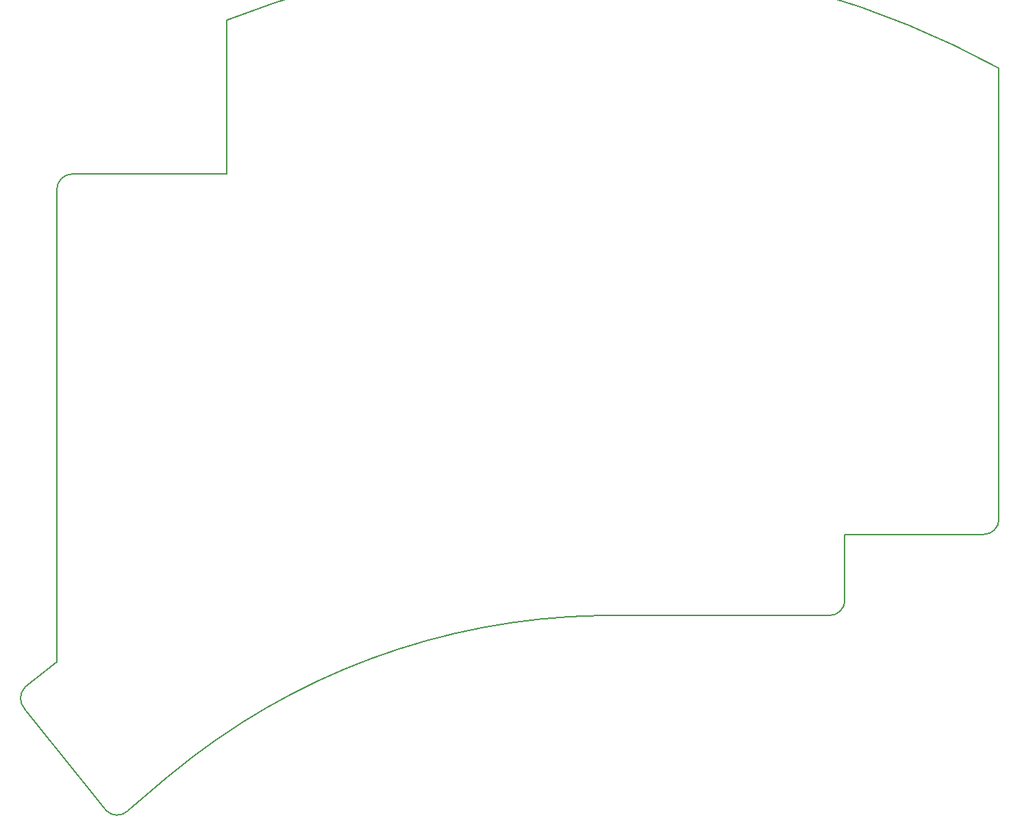
<source format=gm1>
G04 #@! TF.GenerationSoftware,KiCad,Pcbnew,5.1.8*
G04 #@! TF.CreationDate,2020-12-01T11:38:47+01:00*
G04 #@! TF.ProjectId,puggle-plate-bottom,70756767-6c65-42d7-906c-6174652d626f,rev?*
G04 #@! TF.SameCoordinates,Original*
G04 #@! TF.FileFunction,Profile,NP*
%FSLAX46Y46*%
G04 Gerber Fmt 4.6, Leading zero omitted, Abs format (unit mm)*
G04 Created by KiCad (PCBNEW 5.1.8) date 2020-12-01 11:38:47*
%MOMM*%
%LPD*%
G01*
G04 APERTURE LIST*
G04 #@! TA.AperFunction,Profile*
%ADD10C,0.150000*%
G04 #@! TD*
G04 APERTURE END LIST*
D10*
X85979000Y-123317000D02*
X89916000Y-120142000D01*
X91821000Y-59817000D02*
X110883323Y-59817000D01*
X89916000Y-61722000D02*
G75*
G02*
X91821000Y-59817000I1905000J0D01*
G01*
X89916000Y-61722000D02*
X89916000Y-120142000D01*
X110883323Y-40798260D02*
X110883323Y-59817000D01*
X103910062Y-134140931D02*
X98706076Y-138557000D01*
X85979000Y-126011076D02*
X96012000Y-138557000D01*
X85979000Y-126011076D02*
G75*
G02*
X85979000Y-123317000I1347038J1347038D01*
G01*
X206375000Y-102489000D02*
X206375000Y-46736000D01*
X98706076Y-138557000D02*
G75*
G02*
X96012000Y-138557000I-1347038J1347038D01*
G01*
X185420000Y-114427000D02*
X156972000Y-114427000D01*
X187325000Y-112522000D02*
X187325000Y-104394000D01*
X204470000Y-104394000D02*
X187325000Y-104394000D01*
X206375000Y-102489000D02*
G75*
G02*
X204470000Y-104394000I-1905000J0D01*
G01*
X187325000Y-112522000D02*
G75*
G02*
X185420000Y-114427000I-1905000J0D01*
G01*
X110883323Y-40798261D02*
G75*
G02*
X206375000Y-46736000I41400217J-105020165D01*
G01*
X103910062Y-134140931D02*
G75*
G02*
X156972000Y-114427000I54569090J-65610329D01*
G01*
M02*

</source>
